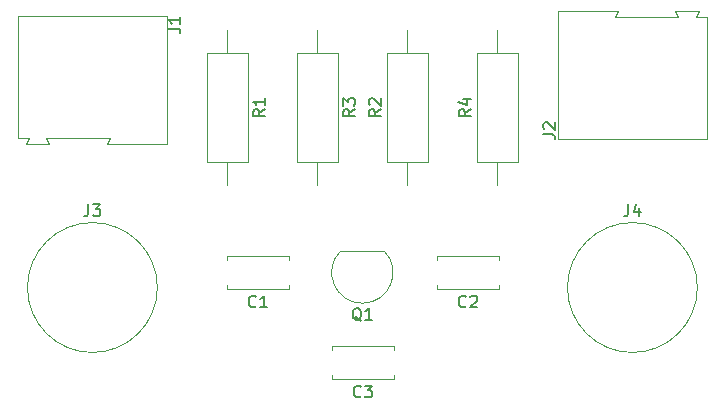
<source format=gbr>
%TF.GenerationSoftware,KiCad,Pcbnew,(5.1.7)-1*%
%TF.CreationDate,2021-12-08T22:40:21+02:00*%
%TF.ProjectId,single_transistor_amp,73696e67-6c65-45f7-9472-616e73697374,V1.0*%
%TF.SameCoordinates,Original*%
%TF.FileFunction,Legend,Top*%
%TF.FilePolarity,Positive*%
%FSLAX46Y46*%
G04 Gerber Fmt 4.6, Leading zero omitted, Abs format (unit mm)*
G04 Created by KiCad (PCBNEW (5.1.7)-1) date 2021-12-08 22:40:21*
%MOMM*%
%LPD*%
G01*
G04 APERTURE LIST*
%ADD10C,0.120000*%
%ADD11C,0.150000*%
G04 APERTURE END LIST*
D10*
%TO.C,J4*%
X155360000Y-127000000D02*
G75*
G03*
X155360000Y-127000000I-5500000J0D01*
G01*
%TO.C,J3*%
X109640000Y-127000000D02*
G75*
G03*
X109640000Y-127000000I-5500000J0D01*
G01*
%TO.C,C1*%
X115530000Y-124675000D02*
X115530000Y-124360000D01*
X115530000Y-127100000D02*
X115530000Y-126785000D01*
X120770000Y-124675000D02*
X120770000Y-124360000D01*
X120770000Y-127100000D02*
X120770000Y-126785000D01*
X120770000Y-124360000D02*
X115530000Y-124360000D01*
X120770000Y-127100000D02*
X115530000Y-127100000D01*
%TO.C,C2*%
X138550000Y-127100000D02*
X133310000Y-127100000D01*
X138550000Y-124360000D02*
X133310000Y-124360000D01*
X138550000Y-127100000D02*
X138550000Y-126785000D01*
X138550000Y-124675000D02*
X138550000Y-124360000D01*
X133310000Y-127100000D02*
X133310000Y-126785000D01*
X133310000Y-124675000D02*
X133310000Y-124360000D01*
%TO.C,C3*%
X124420000Y-132295000D02*
X124420000Y-131980000D01*
X124420000Y-134720000D02*
X124420000Y-134405000D01*
X129660000Y-132295000D02*
X129660000Y-131980000D01*
X129660000Y-134720000D02*
X129660000Y-134405000D01*
X129660000Y-131980000D02*
X124420000Y-131980000D01*
X129660000Y-134720000D02*
X124420000Y-134720000D01*
%TO.C,J1*%
X110440000Y-114880000D02*
X110440000Y-104030000D01*
X105340000Y-114880000D02*
X110440000Y-114880000D01*
X105640000Y-114380000D02*
X105340000Y-114880000D01*
X100240000Y-114380000D02*
X105640000Y-114380000D01*
X100490000Y-114880000D02*
X100240000Y-114380000D01*
X100440000Y-114880000D02*
X100490000Y-114880000D01*
X98540000Y-114880000D02*
X100440000Y-114880000D01*
X98790000Y-114380000D02*
X98540000Y-114880000D01*
X97840000Y-114380000D02*
X98790000Y-114380000D01*
X97840000Y-104030000D02*
X97840000Y-114380000D01*
X110440000Y-104030000D02*
X97840000Y-104030000D01*
%TO.C,J2*%
X143560000Y-114410000D02*
X156160000Y-114410000D01*
X156160000Y-114410000D02*
X156160000Y-104060000D01*
X156160000Y-104060000D02*
X155210000Y-104060000D01*
X155210000Y-104060000D02*
X155460000Y-103560000D01*
X155460000Y-103560000D02*
X153560000Y-103560000D01*
X153560000Y-103560000D02*
X153510000Y-103560000D01*
X153510000Y-103560000D02*
X153760000Y-104060000D01*
X153760000Y-104060000D02*
X148360000Y-104060000D01*
X148360000Y-104060000D02*
X148660000Y-103560000D01*
X148660000Y-103560000D02*
X143560000Y-103560000D01*
X143560000Y-103560000D02*
X143560000Y-114410000D01*
%TO.C,Q1*%
X128800000Y-123880000D02*
X125200000Y-123880000D01*
X128838478Y-123891522D02*
G75*
G02*
X127000000Y-128330000I-1838478J-1838478D01*
G01*
X125161522Y-123891522D02*
G75*
G03*
X127000000Y-128330000I1838478J-1838478D01*
G01*
%TO.C,R1*%
X117290000Y-107140000D02*
X113850000Y-107140000D01*
X113850000Y-107140000D02*
X113850000Y-116380000D01*
X113850000Y-116380000D02*
X117290000Y-116380000D01*
X117290000Y-116380000D02*
X117290000Y-107140000D01*
X115570000Y-105180000D02*
X115570000Y-107140000D01*
X115570000Y-118340000D02*
X115570000Y-116380000D01*
%TO.C,R2*%
X130810000Y-105180000D02*
X130810000Y-107140000D01*
X130810000Y-118340000D02*
X130810000Y-116380000D01*
X129090000Y-107140000D02*
X129090000Y-116380000D01*
X132530000Y-107140000D02*
X129090000Y-107140000D01*
X132530000Y-116380000D02*
X132530000Y-107140000D01*
X129090000Y-116380000D02*
X132530000Y-116380000D01*
%TO.C,R3*%
X123190000Y-118340000D02*
X123190000Y-116380000D01*
X123190000Y-105180000D02*
X123190000Y-107140000D01*
X124910000Y-116380000D02*
X124910000Y-107140000D01*
X121470000Y-116380000D02*
X124910000Y-116380000D01*
X121470000Y-107140000D02*
X121470000Y-116380000D01*
X124910000Y-107140000D02*
X121470000Y-107140000D01*
%TO.C,R4*%
X136710000Y-116380000D02*
X140150000Y-116380000D01*
X140150000Y-116380000D02*
X140150000Y-107140000D01*
X140150000Y-107140000D02*
X136710000Y-107140000D01*
X136710000Y-107140000D02*
X136710000Y-116380000D01*
X138430000Y-118340000D02*
X138430000Y-116380000D01*
X138430000Y-105180000D02*
X138430000Y-107140000D01*
%TO.C,J4*%
D11*
X149526666Y-119952380D02*
X149526666Y-120666666D01*
X149479047Y-120809523D01*
X149383809Y-120904761D01*
X149240952Y-120952380D01*
X149145714Y-120952380D01*
X150431428Y-120285714D02*
X150431428Y-120952380D01*
X150193333Y-119904761D02*
X149955238Y-120619047D01*
X150574285Y-120619047D01*
%TO.C,J3*%
X103806666Y-119952380D02*
X103806666Y-120666666D01*
X103759047Y-120809523D01*
X103663809Y-120904761D01*
X103520952Y-120952380D01*
X103425714Y-120952380D01*
X104187619Y-119952380D02*
X104806666Y-119952380D01*
X104473333Y-120333333D01*
X104616190Y-120333333D01*
X104711428Y-120380952D01*
X104759047Y-120428571D01*
X104806666Y-120523809D01*
X104806666Y-120761904D01*
X104759047Y-120857142D01*
X104711428Y-120904761D01*
X104616190Y-120952380D01*
X104330476Y-120952380D01*
X104235238Y-120904761D01*
X104187619Y-120857142D01*
%TO.C,C1*%
X117983333Y-128587142D02*
X117935714Y-128634761D01*
X117792857Y-128682380D01*
X117697619Y-128682380D01*
X117554761Y-128634761D01*
X117459523Y-128539523D01*
X117411904Y-128444285D01*
X117364285Y-128253809D01*
X117364285Y-128110952D01*
X117411904Y-127920476D01*
X117459523Y-127825238D01*
X117554761Y-127730000D01*
X117697619Y-127682380D01*
X117792857Y-127682380D01*
X117935714Y-127730000D01*
X117983333Y-127777619D01*
X118935714Y-128682380D02*
X118364285Y-128682380D01*
X118650000Y-128682380D02*
X118650000Y-127682380D01*
X118554761Y-127825238D01*
X118459523Y-127920476D01*
X118364285Y-127968095D01*
%TO.C,C2*%
X135763333Y-128587142D02*
X135715714Y-128634761D01*
X135572857Y-128682380D01*
X135477619Y-128682380D01*
X135334761Y-128634761D01*
X135239523Y-128539523D01*
X135191904Y-128444285D01*
X135144285Y-128253809D01*
X135144285Y-128110952D01*
X135191904Y-127920476D01*
X135239523Y-127825238D01*
X135334761Y-127730000D01*
X135477619Y-127682380D01*
X135572857Y-127682380D01*
X135715714Y-127730000D01*
X135763333Y-127777619D01*
X136144285Y-127777619D02*
X136191904Y-127730000D01*
X136287142Y-127682380D01*
X136525238Y-127682380D01*
X136620476Y-127730000D01*
X136668095Y-127777619D01*
X136715714Y-127872857D01*
X136715714Y-127968095D01*
X136668095Y-128110952D01*
X136096666Y-128682380D01*
X136715714Y-128682380D01*
%TO.C,C3*%
X126873333Y-136207142D02*
X126825714Y-136254761D01*
X126682857Y-136302380D01*
X126587619Y-136302380D01*
X126444761Y-136254761D01*
X126349523Y-136159523D01*
X126301904Y-136064285D01*
X126254285Y-135873809D01*
X126254285Y-135730952D01*
X126301904Y-135540476D01*
X126349523Y-135445238D01*
X126444761Y-135350000D01*
X126587619Y-135302380D01*
X126682857Y-135302380D01*
X126825714Y-135350000D01*
X126873333Y-135397619D01*
X127206666Y-135302380D02*
X127825714Y-135302380D01*
X127492380Y-135683333D01*
X127635238Y-135683333D01*
X127730476Y-135730952D01*
X127778095Y-135778571D01*
X127825714Y-135873809D01*
X127825714Y-136111904D01*
X127778095Y-136207142D01*
X127730476Y-136254761D01*
X127635238Y-136302380D01*
X127349523Y-136302380D01*
X127254285Y-136254761D01*
X127206666Y-136207142D01*
%TO.C,J1*%
X110582380Y-105093333D02*
X111296666Y-105093333D01*
X111439523Y-105140952D01*
X111534761Y-105236190D01*
X111582380Y-105379047D01*
X111582380Y-105474285D01*
X111582380Y-104093333D02*
X111582380Y-104664761D01*
X111582380Y-104379047D02*
X110582380Y-104379047D01*
X110725238Y-104474285D01*
X110820476Y-104569523D01*
X110868095Y-104664761D01*
%TO.C,J2*%
X142322380Y-114013333D02*
X143036666Y-114013333D01*
X143179523Y-114060952D01*
X143274761Y-114156190D01*
X143322380Y-114299047D01*
X143322380Y-114394285D01*
X142417619Y-113584761D02*
X142370000Y-113537142D01*
X142322380Y-113441904D01*
X142322380Y-113203809D01*
X142370000Y-113108571D01*
X142417619Y-113060952D01*
X142512857Y-113013333D01*
X142608095Y-113013333D01*
X142750952Y-113060952D01*
X143322380Y-113632380D01*
X143322380Y-113013333D01*
%TO.C,Q1*%
X126904761Y-129837619D02*
X126809523Y-129790000D01*
X126714285Y-129694761D01*
X126571428Y-129551904D01*
X126476190Y-129504285D01*
X126380952Y-129504285D01*
X126428571Y-129742380D02*
X126333333Y-129694761D01*
X126238095Y-129599523D01*
X126190476Y-129409047D01*
X126190476Y-129075714D01*
X126238095Y-128885238D01*
X126333333Y-128790000D01*
X126428571Y-128742380D01*
X126619047Y-128742380D01*
X126714285Y-128790000D01*
X126809523Y-128885238D01*
X126857142Y-129075714D01*
X126857142Y-129409047D01*
X126809523Y-129599523D01*
X126714285Y-129694761D01*
X126619047Y-129742380D01*
X126428571Y-129742380D01*
X127809523Y-129742380D02*
X127238095Y-129742380D01*
X127523809Y-129742380D02*
X127523809Y-128742380D01*
X127428571Y-128885238D01*
X127333333Y-128980476D01*
X127238095Y-129028095D01*
%TO.C,R1*%
X118742380Y-111926666D02*
X118266190Y-112260000D01*
X118742380Y-112498095D02*
X117742380Y-112498095D01*
X117742380Y-112117142D01*
X117790000Y-112021904D01*
X117837619Y-111974285D01*
X117932857Y-111926666D01*
X118075714Y-111926666D01*
X118170952Y-111974285D01*
X118218571Y-112021904D01*
X118266190Y-112117142D01*
X118266190Y-112498095D01*
X118742380Y-110974285D02*
X118742380Y-111545714D01*
X118742380Y-111260000D02*
X117742380Y-111260000D01*
X117885238Y-111355238D01*
X117980476Y-111450476D01*
X118028095Y-111545714D01*
%TO.C,R2*%
X128542380Y-111926666D02*
X128066190Y-112260000D01*
X128542380Y-112498095D02*
X127542380Y-112498095D01*
X127542380Y-112117142D01*
X127590000Y-112021904D01*
X127637619Y-111974285D01*
X127732857Y-111926666D01*
X127875714Y-111926666D01*
X127970952Y-111974285D01*
X128018571Y-112021904D01*
X128066190Y-112117142D01*
X128066190Y-112498095D01*
X127637619Y-111545714D02*
X127590000Y-111498095D01*
X127542380Y-111402857D01*
X127542380Y-111164761D01*
X127590000Y-111069523D01*
X127637619Y-111021904D01*
X127732857Y-110974285D01*
X127828095Y-110974285D01*
X127970952Y-111021904D01*
X128542380Y-111593333D01*
X128542380Y-110974285D01*
%TO.C,R3*%
X126362380Y-111926666D02*
X125886190Y-112260000D01*
X126362380Y-112498095D02*
X125362380Y-112498095D01*
X125362380Y-112117142D01*
X125410000Y-112021904D01*
X125457619Y-111974285D01*
X125552857Y-111926666D01*
X125695714Y-111926666D01*
X125790952Y-111974285D01*
X125838571Y-112021904D01*
X125886190Y-112117142D01*
X125886190Y-112498095D01*
X125362380Y-111593333D02*
X125362380Y-110974285D01*
X125743333Y-111307619D01*
X125743333Y-111164761D01*
X125790952Y-111069523D01*
X125838571Y-111021904D01*
X125933809Y-110974285D01*
X126171904Y-110974285D01*
X126267142Y-111021904D01*
X126314761Y-111069523D01*
X126362380Y-111164761D01*
X126362380Y-111450476D01*
X126314761Y-111545714D01*
X126267142Y-111593333D01*
%TO.C,R4*%
X136162380Y-111926666D02*
X135686190Y-112260000D01*
X136162380Y-112498095D02*
X135162380Y-112498095D01*
X135162380Y-112117142D01*
X135210000Y-112021904D01*
X135257619Y-111974285D01*
X135352857Y-111926666D01*
X135495714Y-111926666D01*
X135590952Y-111974285D01*
X135638571Y-112021904D01*
X135686190Y-112117142D01*
X135686190Y-112498095D01*
X135495714Y-111069523D02*
X136162380Y-111069523D01*
X135114761Y-111307619D02*
X135829047Y-111545714D01*
X135829047Y-110926666D01*
%TD*%
M02*

</source>
